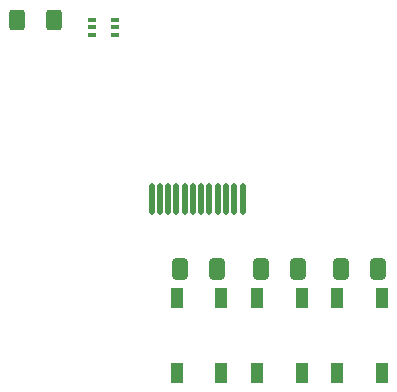
<source format=gbr>
%TF.GenerationSoftware,KiCad,Pcbnew,7.0.7*%
%TF.CreationDate,2024-01-07T22:57:32-05:00*%
%TF.ProjectId,ESP32-C3_hat,45535033-322d-4433-935f-6861742e6b69,rev?*%
%TF.SameCoordinates,Original*%
%TF.FileFunction,Paste,Top*%
%TF.FilePolarity,Positive*%
%FSLAX46Y46*%
G04 Gerber Fmt 4.6, Leading zero omitted, Abs format (unit mm)*
G04 Created by KiCad (PCBNEW 7.0.7) date 2024-01-07 22:57:32*
%MOMM*%
%LPD*%
G01*
G04 APERTURE LIST*
G04 Aperture macros list*
%AMRoundRect*
0 Rectangle with rounded corners*
0 $1 Rounding radius*
0 $2 $3 $4 $5 $6 $7 $8 $9 X,Y pos of 4 corners*
0 Add a 4 corners polygon primitive as box body*
4,1,4,$2,$3,$4,$5,$6,$7,$8,$9,$2,$3,0*
0 Add four circle primitives for the rounded corners*
1,1,$1+$1,$2,$3*
1,1,$1+$1,$4,$5*
1,1,$1+$1,$6,$7*
1,1,$1+$1,$8,$9*
0 Add four rect primitives between the rounded corners*
20,1,$1+$1,$2,$3,$4,$5,0*
20,1,$1+$1,$4,$5,$6,$7,0*
20,1,$1+$1,$6,$7,$8,$9,0*
20,1,$1+$1,$8,$9,$2,$3,0*%
G04 Aperture macros list end*
%ADD10R,0.650000X0.400000*%
%ADD11R,1.000000X1.700000*%
%ADD12RoundRect,0.250000X-0.412500X-0.650000X0.412500X-0.650000X0.412500X0.650000X-0.412500X0.650000X0*%
%ADD13RoundRect,0.250000X0.400000X0.625000X-0.400000X0.625000X-0.400000X-0.625000X0.400000X-0.625000X0*%
%ADD14RoundRect,0.110875X0.110875X-1.214125X0.110875X1.214125X-0.110875X1.214125X-0.110875X-1.214125X0*%
G04 APERTURE END LIST*
D10*
%TO.C,U1*%
X39776400Y-39908000D03*
X39776400Y-39258000D03*
X39776400Y-38608000D03*
X41676400Y-38608000D03*
X41676400Y-39258000D03*
X41676400Y-39908000D03*
%TD*%
D11*
%TO.C,S3*%
X60482400Y-68477200D03*
X60482400Y-62177200D03*
X64282400Y-62177200D03*
X64282400Y-68477200D03*
%TD*%
%TO.C,S2*%
X53695600Y-68478400D03*
X53695600Y-62178400D03*
X57495600Y-62178400D03*
X57495600Y-68478400D03*
%TD*%
D12*
%TO.C,C4*%
X47205500Y-59690000D03*
X50330500Y-59690000D03*
%TD*%
%TO.C,C3*%
X54033100Y-59689600D03*
X57158100Y-59689600D03*
%TD*%
D13*
%TO.C,R3*%
X33400400Y-38608000D03*
X36500400Y-38608000D03*
%TD*%
D14*
%TO.C,D1*%
X44785650Y-53797200D03*
X45485650Y-53797200D03*
X46182400Y-53797200D03*
X46885650Y-53797200D03*
X47582400Y-53797200D03*
X48285650Y-53797200D03*
X48985650Y-53797200D03*
X49682400Y-53797200D03*
X50385650Y-53797200D03*
X51082400Y-53797200D03*
X51785650Y-53797200D03*
X52482400Y-53797200D03*
%TD*%
D12*
%TO.C,C1*%
X60789500Y-59688800D03*
X63914500Y-59688800D03*
%TD*%
D11*
%TO.C,S1*%
X46898400Y-68479200D03*
X46898400Y-62179200D03*
X50698400Y-68479200D03*
X50698400Y-62179200D03*
%TD*%
M02*

</source>
